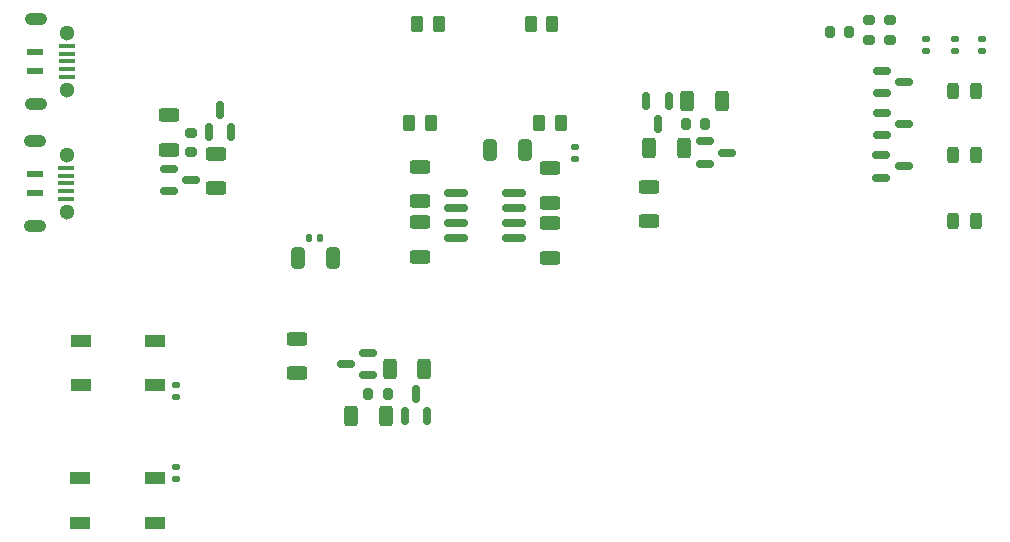
<source format=gbr>
%TF.GenerationSoftware,KiCad,Pcbnew,8.0.3*%
%TF.CreationDate,2024-11-13T23:51:52+02:00*%
%TF.ProjectId,ProvisioningJig_v3,50726f76-6973-4696-9f6e-696e674a6967,rev?*%
%TF.SameCoordinates,Original*%
%TF.FileFunction,Paste,Top*%
%TF.FilePolarity,Positive*%
%FSLAX46Y46*%
G04 Gerber Fmt 4.6, Leading zero omitted, Abs format (unit mm)*
G04 Created by KiCad (PCBNEW 8.0.3) date 2024-11-13 23:51:52*
%MOMM*%
%LPD*%
G01*
G04 APERTURE LIST*
G04 Aperture macros list*
%AMRoundRect*
0 Rectangle with rounded corners*
0 $1 Rounding radius*
0 $2 $3 $4 $5 $6 $7 $8 $9 X,Y pos of 4 corners*
0 Add a 4 corners polygon primitive as box body*
4,1,4,$2,$3,$4,$5,$6,$7,$8,$9,$2,$3,0*
0 Add four circle primitives for the rounded corners*
1,1,$1+$1,$2,$3*
1,1,$1+$1,$4,$5*
1,1,$1+$1,$6,$7*
1,1,$1+$1,$8,$9*
0 Add four rect primitives between the rounded corners*
20,1,$1+$1,$2,$3,$4,$5,0*
20,1,$1+$1,$4,$5,$6,$7,0*
20,1,$1+$1,$6,$7,$8,$9,0*
20,1,$1+$1,$8,$9,$2,$3,0*%
G04 Aperture macros list end*
%ADD10RoundRect,0.200000X-0.275000X0.200000X-0.275000X-0.200000X0.275000X-0.200000X0.275000X0.200000X0*%
%ADD11RoundRect,0.250000X0.262500X0.450000X-0.262500X0.450000X-0.262500X-0.450000X0.262500X-0.450000X0*%
%ADD12RoundRect,0.250000X-0.312500X-0.625000X0.312500X-0.625000X0.312500X0.625000X-0.312500X0.625000X0*%
%ADD13RoundRect,0.135000X0.185000X-0.135000X0.185000X0.135000X-0.185000X0.135000X-0.185000X-0.135000X0*%
%ADD14O,1.900000X1.070000*%
%ADD15C,1.300000*%
%ADD16R,1.350000X0.400000*%
%ADD17R,1.400000X0.600000*%
%ADD18RoundRect,0.150000X-0.825000X-0.150000X0.825000X-0.150000X0.825000X0.150000X-0.825000X0.150000X0*%
%ADD19RoundRect,0.250000X0.325000X0.650000X-0.325000X0.650000X-0.325000X-0.650000X0.325000X-0.650000X0*%
%ADD20R,1.700000X1.000000*%
%ADD21RoundRect,0.250000X0.625000X-0.312500X0.625000X0.312500X-0.625000X0.312500X-0.625000X-0.312500X0*%
%ADD22RoundRect,0.150000X0.150000X-0.587500X0.150000X0.587500X-0.150000X0.587500X-0.150000X-0.587500X0*%
%ADD23RoundRect,0.200000X-0.200000X-0.275000X0.200000X-0.275000X0.200000X0.275000X-0.200000X0.275000X0*%
%ADD24RoundRect,0.150000X-0.587500X-0.150000X0.587500X-0.150000X0.587500X0.150000X-0.587500X0.150000X0*%
%ADD25RoundRect,0.200000X0.200000X0.275000X-0.200000X0.275000X-0.200000X-0.275000X0.200000X-0.275000X0*%
%ADD26RoundRect,0.250000X0.312500X0.625000X-0.312500X0.625000X-0.312500X-0.625000X0.312500X-0.625000X0*%
%ADD27RoundRect,0.243750X-0.243750X-0.456250X0.243750X-0.456250X0.243750X0.456250X-0.243750X0.456250X0*%
%ADD28RoundRect,0.250000X-0.262500X-0.450000X0.262500X-0.450000X0.262500X0.450000X-0.262500X0.450000X0*%
%ADD29RoundRect,0.250000X-0.625000X0.312500X-0.625000X-0.312500X0.625000X-0.312500X0.625000X0.312500X0*%
%ADD30RoundRect,0.200000X0.275000X-0.200000X0.275000X0.200000X-0.275000X0.200000X-0.275000X-0.200000X0*%
%ADD31RoundRect,0.150000X0.587500X0.150000X-0.587500X0.150000X-0.587500X-0.150000X0.587500X-0.150000X0*%
%ADD32RoundRect,0.140000X-0.140000X-0.170000X0.140000X-0.170000X0.140000X0.170000X-0.140000X0.170000X0*%
%ADD33RoundRect,0.150000X-0.150000X0.587500X-0.150000X-0.587500X0.150000X-0.587500X0.150000X0.587500X0*%
%ADD34RoundRect,0.250000X-0.325000X-0.650000X0.325000X-0.650000X0.325000X0.650000X-0.325000X0.650000X0*%
%ADD35RoundRect,0.140000X0.170000X-0.140000X0.170000X0.140000X-0.170000X0.140000X-0.170000X-0.140000X0*%
%ADD36RoundRect,0.135000X-0.185000X0.135000X-0.185000X-0.135000X0.185000X-0.135000X0.185000X0.135000X0*%
G04 APERTURE END LIST*
D10*
%TO.C,R16*%
X179100000Y-74200000D03*
X179100000Y-75850000D03*
%TD*%
D11*
%TO.C,R17*%
X140212500Y-82900000D03*
X138387500Y-82900000D03*
%TD*%
D12*
%TO.C,R5*%
X133470500Y-107721400D03*
X136395500Y-107721400D03*
%TD*%
D13*
%TO.C,R15*%
X184600000Y-76810000D03*
X184600000Y-75790000D03*
%TD*%
D14*
%TO.C,J1*%
X106727000Y-84399000D03*
D15*
X109377000Y-85574000D03*
X109377000Y-90424000D03*
D14*
X106727000Y-91599000D03*
D16*
X109327000Y-86699000D03*
X109327000Y-87349000D03*
X109327000Y-87999000D03*
X109327000Y-88649000D03*
X109327000Y-89299000D03*
D17*
X106677000Y-87199000D03*
X106677000Y-88799000D03*
%TD*%
D18*
%TO.C,U5*%
X142325000Y-88795000D03*
X142325000Y-90065000D03*
X142325000Y-91335000D03*
X142325000Y-92605000D03*
X147275000Y-92605000D03*
X147275000Y-91335000D03*
X147275000Y-90065000D03*
X147275000Y-88795000D03*
%TD*%
D19*
%TO.C,C9*%
X148175000Y-85200000D03*
X145225000Y-85200000D03*
%TD*%
D20*
%TO.C,SW2*%
X116900000Y-105100000D03*
X110600000Y-105100000D03*
X116900000Y-101300000D03*
X110600000Y-101300000D03*
%TD*%
D21*
%TO.C,R7*%
X122060400Y-88411300D03*
X122060400Y-85486300D03*
%TD*%
D22*
%TO.C,Q6*%
X121434100Y-83667600D03*
X123334100Y-83667600D03*
X122384100Y-81792600D03*
%TD*%
D23*
%TO.C,R20*%
X174000000Y-75200000D03*
X175650000Y-75200000D03*
%TD*%
D24*
%TO.C,Q4*%
X178400000Y-78450000D03*
X178400000Y-80350000D03*
X180275000Y-79400000D03*
%TD*%
D13*
%TO.C,R4*%
X118600000Y-106100000D03*
X118600000Y-105080000D03*
%TD*%
D25*
%TO.C,R3*%
X136588000Y-105841800D03*
X134938000Y-105841800D03*
%TD*%
D26*
%TO.C,R1*%
X139676100Y-103733600D03*
X136751100Y-103733600D03*
%TD*%
D27*
%TO.C,D1*%
X184462500Y-85600000D03*
X186337500Y-85600000D03*
%TD*%
D13*
%TO.C,R19*%
X182100000Y-76810000D03*
X182100000Y-75790000D03*
%TD*%
D28*
%TO.C,R18*%
X149387500Y-82900000D03*
X151212500Y-82900000D03*
%TD*%
D29*
%TO.C,R6*%
X118055900Y-82223900D03*
X118055900Y-85148900D03*
%TD*%
D30*
%TO.C,R8*%
X119933200Y-85348600D03*
X119933200Y-83698600D03*
%TD*%
D27*
%TO.C,D3*%
X184462500Y-91200000D03*
X186337500Y-91200000D03*
%TD*%
D31*
%TO.C,Q8*%
X134937000Y-104250000D03*
X134937000Y-102350000D03*
X133062000Y-103300000D03*
%TD*%
D24*
%TO.C,Q2*%
X163434300Y-84429600D03*
X163434300Y-86329600D03*
X165309300Y-85379600D03*
%TD*%
D20*
%TO.C,SW1*%
X110533500Y-112963000D03*
X116833500Y-112963000D03*
X110533500Y-116763000D03*
X116833500Y-116763000D03*
%TD*%
D29*
%TO.C,R26*%
X139300000Y-86600000D03*
X139300000Y-89525000D03*
%TD*%
D32*
%TO.C,C8*%
X129900000Y-92600000D03*
X130860000Y-92600000D03*
%TD*%
D24*
%TO.C,Q3*%
X178425000Y-82000000D03*
X178425000Y-83900000D03*
X180300000Y-82950000D03*
%TD*%
D11*
%TO.C,R13*%
X150512500Y-74498200D03*
X148687500Y-74498200D03*
%TD*%
D12*
%TO.C,R10*%
X158695200Y-85039200D03*
X161620200Y-85039200D03*
%TD*%
D33*
%TO.C,Q1*%
X160371100Y-81056000D03*
X158471100Y-81056000D03*
X159421100Y-82931000D03*
%TD*%
D14*
%TO.C,J5*%
X106777000Y-74066400D03*
D15*
X109427000Y-75241400D03*
X109427000Y-80091400D03*
D14*
X106777000Y-81266400D03*
D16*
X109377000Y-76366400D03*
X109377000Y-77016400D03*
X109377000Y-77666400D03*
X109377000Y-78316400D03*
X109377000Y-78966400D03*
D17*
X106727000Y-76866400D03*
X106727000Y-78466400D03*
%TD*%
D10*
%TO.C,R14*%
X177300000Y-74175000D03*
X177300000Y-75825000D03*
%TD*%
D34*
%TO.C,C7*%
X129000000Y-94300000D03*
X131950000Y-94300000D03*
%TD*%
D29*
%TO.C,R24*%
X150300000Y-86700000D03*
X150300000Y-89625000D03*
%TD*%
D24*
%TO.C,Q9*%
X178362500Y-85600000D03*
X178362500Y-87500000D03*
X180237500Y-86550000D03*
%TD*%
D29*
%TO.C,R22*%
X158700000Y-88265000D03*
X158700000Y-91190000D03*
%TD*%
D35*
%TO.C,C10*%
X152400000Y-85900000D03*
X152400000Y-84940000D03*
%TD*%
D29*
%TO.C,R27*%
X139300000Y-91275000D03*
X139300000Y-94200000D03*
%TD*%
D28*
%TO.C,R12*%
X139075000Y-74500000D03*
X140900000Y-74500000D03*
%TD*%
D27*
%TO.C,D2*%
X184462500Y-80200000D03*
X186337500Y-80200000D03*
%TD*%
D21*
%TO.C,R21*%
X128927900Y-104053100D03*
X128927900Y-101128100D03*
%TD*%
D22*
%TO.C,Q7*%
X138011500Y-107719100D03*
X139911500Y-107719100D03*
X138961500Y-105844100D03*
%TD*%
D36*
%TO.C,R2*%
X118600000Y-111980000D03*
X118600000Y-113000000D03*
%TD*%
D23*
%TO.C,R11*%
X161784300Y-82931000D03*
X163434300Y-82931000D03*
%TD*%
D29*
%TO.C,R25*%
X150300000Y-91375000D03*
X150300000Y-94300000D03*
%TD*%
D24*
%TO.C,Q5*%
X118058200Y-86764300D03*
X118058200Y-88664300D03*
X119933200Y-87714300D03*
%TD*%
D26*
%TO.C,R9*%
X164871400Y-81051400D03*
X161946400Y-81051400D03*
%TD*%
D13*
%TO.C,R23*%
X186900000Y-76810000D03*
X186900000Y-75790000D03*
%TD*%
M02*

</source>
